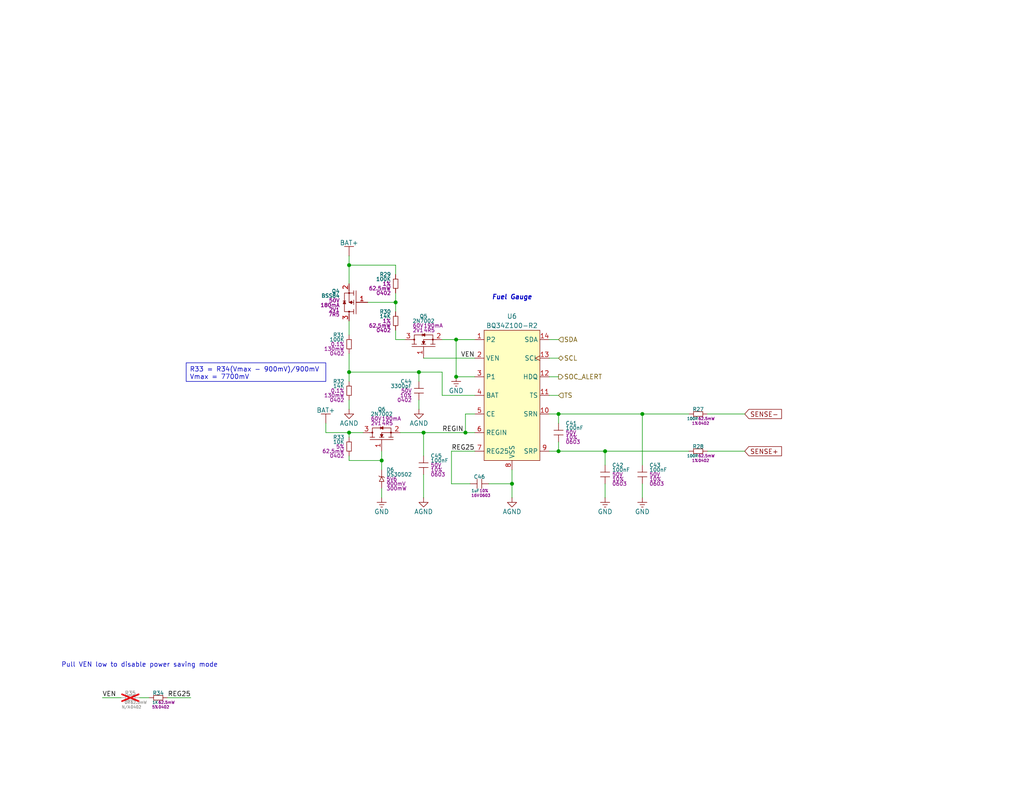
<source format=kicad_sch>
(kicad_sch (version 20231120) (generator "eeschema") (generator_version "8.0")
  (paper "USLetter")
  (title_block (title "LiFePO4 State of Charge") (date "2024-11-03") (rev "01") (comment 2 "PROTOTYPE") (comment 3 "2024"))
  (lib_symbols
    (symbol "C_2" (pin_numbers hide) (pin_names hide)
      (property "Reference" "C?" (at 1.905 2.54 0))
      (property "Value" "CAP" (at 1.905 1.27 0))
      (property "Tolerance" "TOL" (at 1.905 -1.27 0))
      (property "Voltage Rating" "VOLTAGE" (at 1.905 0 0))
      (property "Package" "PKG" (at 1.905 -2.54 0))
      (symbol "C_2_0_1"
        (polyline (pts (xy -1.27 -0.635) (xy 1.27 -0.635)))
        (polyline (pts (xy -1.27 0.635) (xy 1.27 0.635)))
      )
      (symbol "C_2_1_1"
        (pin passive line (at 0 2.54 270) (length 1.905) (name "") (number "1"))
        (pin passive line (at 0 -2.54 90) (length 1.905) (name "") (number "2"))
      )
    )
    (symbol "lib_sch:AGND" (power) (pin_numbers hide) (pin_names (offset 0) hide)
      (property "Value" "AGND" (at 0 -3.81 0))
      (symbol "AGND_0_1"
        (polyline (pts (xy 0 0) (xy 0 -1.27) (xy 1.27 -1.27) (xy 0 -2.54) (xy -1.27 -1.27) (xy 0 -1.27)))
      )
      (symbol "AGND_1_1"
        (pin power_in line (at 0 0 270) (length 0) (name "~") (number "1"))
      )
    )
    (symbol "lib_sch:BAT+" (power) (pin_numbers hide) (pin_names (offset 0) hide)
      (property "Value" "BAT+" (at 0 3.556 0))
      (symbol "BAT+_0_1"
        (polyline (pts (xy -1.27 2.54) (xy 0 2.54)))
        (polyline (pts (xy 0 0) (xy 0 2.54)))
        (polyline (pts (xy 0 2.54) (xy 1.27 2.54)))
      )
      (symbol "BAT+_1_1"
        (pin power_in line (at 0 0 90) (length 0) (name "~") (number "1"))
      )
    )
    (symbol "lib_sch:BQ34Z100-R2"
      (property "Reference" "U?" (at 0 21.59 0))
      (property "Value" "BQ34Z100-R2" (at 0 19.05 0))
      (symbol "BQ34Z100-R2_0_0"
        (pin output line (at -10.16 15.24 0) (length 2.54) (name "P2") (number "1"))
        (pin input line (at 10.16 -5.08 180) (length 2.54) (name "SRN") (number "10"))
        (pin output line (at -10.16 10.16 0) (length 2.54) (name "VEN") (number "2"))
        (pin output line (at -10.16 5.08 0) (length 2.54) (name "P1") (number "3"))
        (pin input line (at -10.16 0 0) (length 2.54) (name "BAT") (number "4"))
        (pin input line (at -10.16 -5.08 0) (length 2.54) (name "CE") (number "5"))
        (pin power_in line (at -10.16 -10.16 0) (length 2.54) (name "REGIN") (number "6"))
        (pin power_out line (at -10.16 -15.24 0) (length 2.54) (name "REG25") (number "7"))
        (pin passive line (at 0 -20.32 90) (length 2.54) (name "VSS") (number "8"))
        (pin input line (at 10.16 -15.24 180) (length 2.54) (name "SRP") (number "9"))
      )
      (symbol "BQ34Z100-R2_1_0"
        (pin input line (at 10.16 0 180) (length 2.54) (name "TS") (number "11"))
        (pin bidirectional line (at 10.16 5.08 180) (length 2.54) (name "HDQ") (number "12"))
        (pin input clock (at 10.16 10.16 180) (length 2.54) (name "SCL") (number "13"))
        (pin bidirectional line (at 10.16 15.24 180) (length 2.54) (name "SDA") (number "14"))
      )
      (symbol "BQ34Z100-R2_1_1"
        (rectangle (start -7.62 17.78) (end 7.62 -17.78) (fill (type background)))
      )
    )
    (symbol "lib_sch:C_horizontal"
      (property "Reference" "C?" (at 0 1.905 0))
      (property "Value" "CAP" (at 0 -1.905 0))
      (property "Tolerace" "TOL" (at 0 -1.905 0))
      (property "Voltage Rating" "VOLT" (at 0 -3.175 0))
      (property "Package" "PKG" (at 0 -3.175 0))
      (symbol "C_horizontal_0_1"
        (polyline (pts (xy -0.635 -1.27) (xy -0.635 1.27)))
        (polyline (pts (xy 0.635 -1.27) (xy 0.635 1.27)))
      )
      (symbol "C_horizontal_1_1"
        (pin passive line (at -2.54 0 0) (length 1.905) (name "") (number "1"))
        (pin passive line (at 2.54 0 180) (length 1.905) (name "") (number "2"))
      )
    )
    (symbol "lib_sch:D_Zener" (pin_numbers hide)
      (property "Reference" "D" (at 1.27 2.54 0))
      (property "Value" "VAL" (at 1.27 1.27 0))
      (property "Zener Voltage" "VZ" (at 1.27 0 0))
      (property "Forward Voltage" "FVOLT" (at 1.27 -1.27 0))
      (property "Power Rating" "PWR" (at 1.27 -2.54 0))
      (symbol "D_Zener_0_1"
        (polyline (pts (xy 0 0.635) (xy -0.508 0.635) (xy -0.762 0.889)))
        (polyline (pts (xy 0 0.635) (xy 0.508 0.635) (xy 0.762 0.381)))
      )
      (symbol "D_Zener_1_0"
        (pin passive line (at 0 -2.54 90) (length 1.905) (name "") (number "1"))
        (pin passive line (at 0 2.54 270) (length 1.905) (name "") (number "2"))
      )
      (symbol "D_Zener_1_1"
        (polyline (pts (xy -0.635 -0.635) (xy 0.635 -0.635) (xy 0 0.635) (xy -0.635 -0.635)) (stroke (width 0.1524)))
      )
    )
    (symbol "lib_sch:GND" (power) (pin_numbers hide) (pin_names (offset 0) hide)
      (property "Value" "GND" (at 0 -3.81 0))
      (symbol "GND_0_1"
        (polyline (pts (xy -1.27 -1.27) (xy -1.27 -1.27)))
        (polyline (pts (xy -0.635 -1.905) (xy 0.635 -1.905)))
        (polyline (pts (xy -0.254 -2.54) (xy -0.254 -2.54)))
        (polyline (pts (xy -0.254 -2.54) (xy 0.254 -2.54)))
        (polyline (pts (xy 0 0) (xy 0 -1.27)))
        (polyline (pts (xy 1.27 -1.27) (xy -1.27 -1.27)))
      )
      (symbol "GND_1_1"
        (pin power_in line (at 0 0 270) (length 0) (name "~") (number "1"))
      )
    )
    (symbol "lib_sch:NMOS_GSD" (pin_names hide)
      (property "Reference" "Q" (at 0 6.35 0))
      (property "Value" "VAL" (at 0 5.08 0))
      (property "VDSS" "VDSS" (at 0 3.81 0))
      (property "VGSTH" "VGSTH" (at 0 2.54 0))
      (property "ID" "ID" (at 0 3.81 0))
      (property "RDSON" "RDSON" (at 0 2.54 0))
      (symbol "NMOS_GSD_0_1"
        (polyline (pts (xy -3.175 -1.27) (xy -1.905 -1.27)))
        (polyline (pts (xy -0.635 -1.27) (xy 0.635 -1.27)))
        (polyline (pts (xy 0 0) (xy 0 -0.508)))
        (polyline (pts (xy 1.905 -1.27) (xy 3.175 -1.27)))
        (polyline (pts (xy -2.54 -1.27) (xy -2.54 0) (xy -3.175 0)))
        (polyline (pts (xy 2.54 -1.27) (xy 2.54 0) (xy 3.175 0)))
      )
      (symbol "NMOS_GSD_1_0"
        (pin passive line (at 0 -5.08 90) (length 3.175) (name "") (number "1"))
        (pin passive line (at 5.08 0 180) (length 1.905) (name "") (number "2"))
        (pin passive line (at -5.08 0 0) (length 1.905) (name "") (number "3"))
      )
      (symbol "NMOS_GSD_1_1"
        (circle (center -2.54 0) (radius 0.1796) (fill (type outline)))
        (polyline (pts (xy -3.175 -1.905) (xy 3.175 -1.905)))
        (polyline (pts (xy -0.381 1.651) (xy -0.381 0.889)))
        (polyline (pts (xy 0 0) (xy 2.54 0)))
        (polyline (pts (xy -2.54 0) (xy -2.54 1.27) (xy -0.381 1.27)))
        (polyline (pts (xy 0.381 1.27) (xy 2.54 1.27) (xy 2.54 0)))
        (polyline (pts (xy -0.381 1.27) (xy 0.381 0.889) (xy 0.381 1.651) (xy -0.381 1.27)) (fill (type outline)))
        (polyline (pts (xy 0 -1.27) (xy 0.381 -0.508) (xy -0.381 -0.508) (xy 0 -1.27)) (fill (type outline)))
        (circle (center 2.54 0) (radius 0.1796) (fill (type outline)))
      )
    )
    (symbol "lib_sch:PMOS_GSD"
      (property "Reference" "Q?" (at 0 6.35 0))
      (property "Value" "VAL" (at 0 5.08 0))
      (property "VDSS" "VDSS" (at 0 3.81 0))
      (property "VGSTH" "VGSTH" (at 0 2.54 0))
      (property "ID" "ID" (at 0 3.81 0))
      (property "RDSON" "RDSON" (at 0 2.54 0))
      (symbol "PMOS_GSD_0_1"
        (polyline (pts (xy -3.175 -1.27) (xy -1.905 -1.27)))
        (polyline (pts (xy -0.635 -1.27) (xy 0.635 -1.27)))
        (polyline (pts (xy 0 -0.635) (xy 0 -1.27)))
        (polyline (pts (xy 1.905 -1.27) (xy 3.175 -1.27)))
        (polyline (pts (xy -2.54 -1.27) (xy -2.54 0) (xy -3.175 0)))
        (polyline (pts (xy 2.54 -1.27) (xy 2.54 0) (xy 3.175 0)))
      )
      (symbol "PMOS_GSD_1_0"
        (pin passive line (at 0 -5.08 90) (length 3.175) (name "") (number "1"))
        (pin passive line (at 5.08 0 180) (length 1.905) (name "") (number "2"))
        (pin passive line (at -5.08 0 0) (length 1.905) (name "") (number "3"))
      )
      (symbol "PMOS_GSD_1_1"
        (circle (center -2.54 0) (radius 0.1796) (fill (type outline)))
        (polyline (pts (xy -3.175 -1.905) (xy 3.175 -1.905)))
        (polyline (pts (xy 0 0) (xy 2.54 0)))
        (polyline (pts (xy 0.381 1.651) (xy 0.381 0.889)))
        (polyline (pts (xy -2.54 0) (xy -2.54 1.27) (xy -0.381 1.27)))
        (polyline (pts (xy 0.381 1.27) (xy 2.54 1.27) (xy 2.54 0)))
        (polyline (pts (xy 0 0) (xy -0.381 -0.762) (xy 0.381 -0.762) (xy 0 0)) (fill (type outline)))
        (polyline (pts (xy 0.381 1.27) (xy -0.381 1.651) (xy -0.381 0.889) (xy 0.381 1.27)) (fill (type outline)))
        (circle (center 2.54 0) (radius 0.1796) (fill (type outline)))
      )
    )
    (symbol "lib_sch:R"
      (property "Reference" "R?" (at 1.27 2.54 0))
      (property "Value" "VAL" (at 1.27 1.27 0))
      (property "Tolerance" "TOL" (at 1.27 0 0))
      (property "Power Rating" "PWR" (at 1.27 -1.27 0))
      (property "Package" "PKG" (at 1.27 -2.54 0))
      (symbol "R_0_1"
        (polyline (pts (xy -0.635 1.27) (xy -0.635 -1.27) (xy 0.635 -1.27) (xy 0.635 1.27) (xy -0.635 1.27)))
      )
      (symbol "R_1_1"
        (pin passive line (at 0 2.54 270) (length 1.27) (name "") (number "1"))
        (pin passive line (at 0 -2.54 90) (length 1.27) (name "") (number "2"))
      )
    )
    (symbol "lib_sch:R_horizontal"
      (property "Reference" "R?" (at 0 1.27 0))
      (property "Value" "VAL" (at 0 -1.27 0))
      (property "Tolerance" "TOL" (at 0 -2.54 0))
      (property "Power Rating" "PWR" (at 0 -1.27 0))
      (property "Package" "PKG" (at 0 -2.54 0))
      (symbol "R_horizontal_0_1"
        (polyline (pts (xy -1.27 -0.635) (xy 1.27 -0.635) (xy 1.27 0.635) (xy -1.27 0.635) (xy -1.27 -0.635)))
      )
      (symbol "R_horizontal_1_1"
        (pin passive line (at -2.54 0 0) (length 1.27) (name "") (number "1"))
        (pin passive line (at 2.54 0 180) (length 1.27) (name "") (number "2"))
      )
    )
  )
  (junction (at 127 118.11))
  (junction (at 124.46 92.71))
  (junction (at 124.46 102.87))
  (junction (at 107.95 82.55))
  (junction (at 95.25 101.6))
  (junction (at 152.4 123.19))
  (junction (at 165.1 123.19))
  (junction (at 95.25 118.11))
  (junction (at 95.25 72.39))
  (junction (at 104.14 125.73))
  (junction (at 152.4 113.03))
  (junction (at 115.57 118.11))
  (junction (at 114.3 101.6))
  (junction (at 139.7 132.08))
  (junction (at 175.26 113.03))
  (wire (pts (xy 107.95 80.01) (xy 107.95 82.55)))
  (wire (pts (xy 107.95 72.39) (xy 95.25 72.39)))
  (wire (pts (xy 124.46 92.71) (xy 124.46 102.87)))
  (wire (pts (xy 152.4 113.03) (xy 175.26 113.03)))
  (wire (pts (xy 127 118.11) (xy 129.54 118.11)))
  (wire (pts (xy 193.04 123.19) (xy 203.2 123.19)))
  (wire (pts (xy 115.57 118.11) (xy 127 118.11)))
  (wire (pts (xy 129.54 97.79) (xy 115.57 97.79)))
  (wire (pts (xy 104.14 133.35) (xy 104.14 135.89)))
  (wire (pts (xy 120.65 107.95) (xy 120.65 101.6)))
  (wire (pts (xy 95.25 124.46) (xy 95.25 125.73)))
  (wire (pts (xy 95.25 118.11) (xy 95.25 119.38)))
  (wire (pts (xy 149.86 123.19) (xy 152.4 123.19)))
  (wire (pts (xy 114.3 101.6) (xy 120.65 101.6)))
  (wire (pts (xy 104.14 123.19) (xy 104.14 125.73)))
  (wire (pts (xy 175.26 113.03) (xy 175.26 127)))
  (wire (pts (xy 109.22 118.11) (xy 115.57 118.11)))
  (wire (pts (xy 45.72 190.5) (xy 52.07 190.5)))
  (wire (pts (xy 175.26 113.03) (xy 187.96 113.03)))
  (wire (pts (xy 104.14 125.73) (xy 104.14 128.27)))
  (wire (pts (xy 123.19 123.19) (xy 123.19 132.08)))
  (wire (pts (xy 95.25 109.22) (xy 95.25 111.76)))
  (wire (pts (xy 88.9 118.11) (xy 95.25 118.11)))
  (wire (pts (xy 149.86 107.95) (xy 152.4 107.95)))
  (wire (pts (xy 95.25 87.63) (xy 95.25 91.44)))
  (wire (pts (xy 95.25 72.39) (xy 95.25 77.47)))
  (wire (pts (xy 95.25 69.85) (xy 95.25 72.39)))
  (wire (pts (xy 152.4 123.19) (xy 165.1 123.19)))
  (wire (pts (xy 129.54 107.95) (xy 120.65 107.95)))
  (wire (pts (xy 149.86 102.87) (xy 152.4 102.87)))
  (wire (pts (xy 129.54 123.19) (xy 123.19 123.19)))
  (wire (pts (xy 152.4 115.57) (xy 152.4 113.03)))
  (wire (pts (xy 100.33 82.55) (xy 107.95 82.55)))
  (wire (pts (xy 152.4 123.19) (xy 152.4 120.65)))
  (wire (pts (xy 115.57 118.11) (xy 115.57 124.46)))
  (wire (pts (xy 124.46 102.87) (xy 129.54 102.87)))
  (wire (pts (xy 165.1 123.19) (xy 165.1 127)))
  (wire (pts (xy 88.9 115.57) (xy 88.9 118.11)))
  (wire (pts (xy 107.95 74.93) (xy 107.95 72.39)))
  (wire (pts (xy 95.25 101.6) (xy 114.3 101.6)))
  (wire (pts (xy 99.06 118.11) (xy 95.25 118.11)))
  (wire (pts (xy 139.7 132.08) (xy 139.7 135.89)))
  (wire (pts (xy 95.25 96.52) (xy 95.25 101.6)))
  (wire (pts (xy 123.19 132.08) (xy 128.27 132.08)))
  (wire (pts (xy 133.35 132.08) (xy 139.7 132.08)))
  (wire (pts (xy 129.54 113.03) (xy 127 113.03)))
  (wire (pts (xy 149.86 113.03) (xy 152.4 113.03)))
  (wire (pts (xy 193.04 113.03) (xy 203.2 113.03)))
  (wire (pts (xy 124.46 92.71) (xy 120.65 92.71)))
  (wire (pts (xy 115.57 129.54) (xy 115.57 135.89)))
  (wire (pts (xy 149.86 92.71) (xy 152.4 92.71)))
  (wire (pts (xy 107.95 82.55) (xy 107.95 85.09)))
  (wire (pts (xy 127 113.03) (xy 127 118.11)))
  (wire (pts (xy 33.02 190.5) (xy 27.94 190.5)))
  (wire (pts (xy 175.26 135.89) (xy 175.26 132.08)))
  (wire (pts (xy 95.25 125.73) (xy 104.14 125.73)))
  (wire (pts (xy 107.95 90.17) (xy 107.95 92.71)))
  (wire (pts (xy 38.1 190.5) (xy 40.64 190.5)))
  (wire (pts (xy 165.1 123.19) (xy 187.96 123.19)))
  (wire (pts (xy 107.95 92.71) (xy 110.49 92.71)))
  (wire (pts (xy 149.86 97.79) (xy 152.4 97.79)))
  (wire (pts (xy 165.1 132.08) (xy 165.1 135.89)))
  (wire (pts (xy 114.3 101.6) (xy 114.3 104.14)))
  (wire (pts (xy 114.3 109.22) (xy 114.3 111.76)))
  (wire (pts (xy 139.7 128.27) (xy 139.7 132.08)))
  (wire (pts (xy 95.25 101.6) (xy 95.25 104.14)))
  (wire (pts (xy 129.54 92.71) (xy 124.46 92.71)))
  (text_box "R33 = R34(Vmax - 900mV)/900mV\nVmax = 7700mV" (at 50.8 99.06 0) (size 38.1 5.08) (effects (font (size 1.27 1.27)) (justify left top)))
  (text "Fuel Gauge" (at 139.7 81.28 0) (effects (font (size 1.27 1.27) (thickness 0.254) (bold yes) (italic yes))))
  (text "Pull VEN low to disable power saving mode" (at 38.1 181.61 0) (effects (font (size 1.27 1.27))))
  (label "REGIN" (at 120.65 118.11 0))
  (label "REG25" (at 52.07 190.5 180))
  (label "VEN" (at 125.73 97.79 0))
  (label "VEN" (at 27.94 190.5 0))
  (label "REG25" (at 123.19 123.19 0))
  (global_label "SENSE-" (shape input) (at 203.2 113.03 0) (property "Intersheetrefs" "${INTERSHEET_REFS}" (effects (hide yes))))
  (global_label "SENSE+" (shape input) (at 203.2 123.19 0) (property "Intersheetrefs" "${INTERSHEET_REFS}" (effects (hide yes))))
  (hierarchical_label "SDA" (shape input) (at 152.4 92.71 0))
  (hierarchical_label "SOC_ALERT" (shape output) (at 152.4 102.87 0))
  (hierarchical_label "SCL" (shape bidirectional) (at 152.4 97.79 0))
  (hierarchical_label "TS" (shape input) (at 152.4 107.95 0))
  (symbol (lib_id "lib_sch:NMOS_GSD") (at 104.14 118.11 0) (unit 1)
    (property "Reference" "Q6" (at 104.14 111.76 0) (effects (font (size 1.016 1.016))))
    (property "Value" "2N7002" (at 104.14 113.03 0) (effects (font (size 1.016 1.016))))
    (property "Footprint" "lib_fp:SOT23-3P95_290X130L43X40N" (effects (hide yes)))
    (property "Datasheet" "datasheets/Nexperia-2N7002NXAK.pdf" (effects (hide yes)))
    (property "Description" "MOSFET N-CH 60V 190MA TO236AB" (effects (hide yes)))
    (property "Manufacturer" "Nexperia USA Inc." (effects (hide yes)))
    (property "MPN" "2N7002NXAKR" (effects (hide yes)))
    (property "DKPN" "1727-8643-1-ND" (effects (hide yes)))
    (property "VDSS" "60V" (at 104.14 114.3 0) (effects (font (size 1.016 1.016)) (justify right)))
    (property "VGSTH" "2V1" (at 104.14 115.57 0) (effects (font (size 1.016 1.016)) (justify right)))
    (property "ID" "190mA" (at 104.14 114.3 0) (effects (font (size 1.016 1.016)) (justify left)))
    (property "RDSON" "4R5" (at 104.14 115.57 0) (effects (font (size 1.016 1.016)) (justify left)))
  )
  (symbol (lib_id "lib_sch:GND") (at 175.26 135.89 0) (unit 1)
    (property "Reference" "#PWR029" (effects (hide yes)))
    (property "Value" "GND" (at 175.26 139.7 0))
  )
  (symbol (lib_id "lib_sch:R") (at 95.25 121.92 0) (mirror y) (unit 1)
    (property "Reference" "R33" (at 93.98 119.38 0) (effects (font (size 1.016 1.016)) (justify left)))
    (property "Value" "10K" (at 93.98 120.65 0) (effects (font (size 1.016 1.016)) (justify left)))
    (property "Footprint" "lib_fp:CRCW0402" (effects (hide yes)))
    (property "Datasheet" "datasheets/Vishay-Dale-DRCWe3.pdf" (effects (hide yes)))
    (property "Description" "RES SMD 10K OHM 5% 1/16W 0402" (effects (hide yes)))
    (property "Manufacturer" "Vishay Dale" (effects (hide yes)))
    (property "MPN" "CRCW040210K0JNED" (effects (hide yes)))
    (property "DKPN" "541-10KJCT-ND" (effects (hide yes)))
    (property "Tolerance" "5%" (at 93.98 121.92 0) (effects (font (size 1.016 1.016)) (justify left)))
    (property "Power Rating" "62.5mW" (at 93.98 123.19 0) (effects (font (size 1.016 1.016)) (justify left)))
    (property "Package" "0402" (at 93.98 124.46 0) (effects (font (size 1.016 1.016)) (justify left)))
  )
  (symbol (lib_name "C_2") (lib_id "lib_sch:C_2") (at 165.1 129.54 0) (unit 1)
    (property "Reference" "C42" (at 167.005 127 0) (effects (font (size 1.016 1.016)) (justify left)))
    (property "Value" "100nF" (at 167.005 128.27 0) (effects (font (size 1.016 1.016)) (justify left)))
    (property "Footprint" "lib_fp:MLCC0603" (effects (hide yes)))
    (property "Datasheet" "datasheets/Kyocera-AVX-MLCCKAM.pdf" (effects (hide yes)))
    (property "Description" "CAP CER 0.1UF 50V X7R 0603" (effects (hide yes)))
    (property "Manufacturer" "KYOCERA AVX" (effects (hide yes)))
    (property "MPN" "KAM15AR71H104KM" (effects (hide yes)))
    (property "DKPN" "478-KAM15AR71H104KMCT-ND" (effects (hide yes)))
    (property "Tolerance" "10%" (at 167.005 130.81 0) (effects (font (size 1.016 1.016)) (justify left)))
    (property "Voltage Rating" "50V" (at 167.005 129.54 0) (effects (font (size 1.016 1.016)) (justify left)))
    (property "Package" "0603" (at 167.005 132.08 0) (effects (font (size 1.016 1.016)) (justify left)))
  )
  (symbol (lib_id "lib_sch:R_horizontal") (at 43.18 190.5 0) (unit 1)
    (property "Reference" "R34" (at 43.18 189.23 0) (effects (font (size 1.016 1.016))))
    (property "Value" "1K" (at 43.18 191.77 0) (effects (font (size 0.762 0.762)) (justify right)))
    (property "Footprint" "lib_fp:CRCW0402" (effects (hide yes)))
    (property "Datasheet" "datasheets/Vishay-Dale-DRCWe3.pdf" (effects (hide yes)))
    (property "Description" "RES SMD 1K OHM 5% 1/16W 0402" (effects (hide yes)))
    (property "Manufacturer" "Vishay Dale" (effects (hide yes)))
    (property "MPN" "CRCW04021K00JNED" (effects (hide yes)))
    (property "DKPN" "541-1.0KJCT-ND" (effects (hide yes)))
    (property "Tolerance" "5%" (at 43.18 193.04 0) (effects (font (size 0.762 0.762)) (justify right)))
    (property "Power Rating" "62.5mW" (at 43.18 191.77 0) (effects (font (size 0.762 0.762)) (justify left)))
    (property "Package" "0402" (at 43.18 193.04 0) (effects (font (size 0.762 0.762)) (justify left)))
  )
  (symbol (lib_id "lib_sch:AGND") (at 115.57 135.89 0) (unit 1)
    (property "Reference" "#PWR027" (effects (hide yes)))
    (property "Value" "AGND" (at 115.57 139.7 0))
  )
  (symbol (lib_id "lib_sch:GND") (at 124.46 102.87 0) (unit 1)
    (property "Reference" "#PWR023" (effects (hide yes)))
    (property "Value" "GND" (at 124.46 106.68 0))
  )
  (symbol (lib_id "lib_sch:R") (at 95.25 106.68 0) (mirror y) (unit 1)
    (property "Reference" "R32" (at 93.98 104.14 0) (effects (font (size 1.016 1.016)) (justify left)))
    (property "Value" "14K" (at 93.98 105.41 0) (effects (font (size 1.016 1.016)) (justify left)))
    (property "Footprint" "lib_fp:CRCW0402" (effects (hide yes)))
    (property "Datasheet" "datasheets/Vishay-Dale-TNPW_e3.pdf" (effects (hide yes)))
    (property "Description" "RES 14K OHM 0.1% 0.13W 0402" (effects (hide yes)))
    (property "Manufacturer" "Vishay Dale" (effects (hide yes)))
    (property "MPN" "TNPW040214K0BEED" (effects (hide yes)))
    (property "DKPN" "541-2075-1-ND" (effects (hide yes)))
    (property "Tolerance" "0.1%" (at 93.98 106.68 0) (effects (font (size 1.016 1.016)) (justify left)))
    (property "Power Rating" "130mW" (at 93.98 107.95 0) (effects (font (size 1.016 1.016)) (justify left)))
    (property "Package" "0402" (at 93.98 109.22 0) (effects (font (size 1.016 1.016)) (justify left)))
  )
  (symbol (lib_id "lib_sch:R") (at 107.95 77.47 0) (mirror y) (unit 1)
    (property "Reference" "R29" (at 106.68 74.93 0) (effects (font (size 1.016 1.016)) (justify left)))
    (property "Value" "100K" (at 106.68 76.2 0) (effects (font (size 1.016 1.016)) (justify left)))
    (property "Footprint" "lib_fp:CRCW0402" (effects (hide yes)))
    (property "Datasheet" "datasheets/Vishay-Dale-DRCWe3.pdf" (effects (hide yes)))
    (property "Description" "RES SMD 100K OHM 1% 1/16W 0402" (effects (hide yes)))
    (property "Manufacturer" "Vishay Dale" (effects (hide yes)))
    (property "MPN" "CRCW0402100KFKED" (effects (hide yes)))
    (property "DKPN" "541-100KLCT-ND" (effects (hide yes)))
    (property "Tolerance" "1%" (at 106.68 77.47 0) (effects (font (size 1.016 1.016)) (justify left)))
    (property "Power Rating" "62.5mW" (at 106.68 78.74 0) (effects (font (size 1.016 1.016)) (justify left)))
    (property "Package" "0402" (at 106.68 80.01 0) (effects (font (size 1.016 1.016)) (justify left)))
  )
  (symbol (lib_id "lib_sch:C_horizontal") (at 130.81 132.08 0) (unit 1)
    (property "Reference" "C46" (at 130.81 130.175 0) (effects (font (size 1.016 1.016))))
    (property "Value" "1uF" (at 130.81 133.985 0) (effects (font (size 0.762 0.762)) (justify right)))
    (property "Footprint" "lib_fp:MLCC0603" (effects (hide yes)))
    (property "Datasheet" "datasheets/Kyocera-AVX-MLCCKAM.pdf" (effects (hide yes)))
    (property "Description" "0603 X7R 1UF10% 16V AEC-Q200" (effects (hide yes)))
    (property "Manufacturer" "KYOCERA AVX" (effects (hide yes)))
    (property "MPN" "KAM15AR71C105KT" (effects (hide yes)))
    (property "DKPN" "478-KAM15AR71C105KTCT-ND" (effects (hide yes)))
    (property "Tolerace" "10%" (at 130.81 133.985 0) (effects (font (size 0.762 0.762)) (justify left)))
    (property "Voltage Rating" "16V" (at 130.81 135.255 0) (effects (font (size 0.762 0.762)) (justify right)))
    (property "Package" "0603" (at 130.81 135.255 0) (effects (font (size 0.762 0.762)) (justify left)))
  )
  (symbol (lib_name "C_2") (lib_id "lib_sch:C_2") (at 152.4 118.11 0) (unit 1)
    (property "Reference" "C41" (at 154.305 115.57 0) (effects (font (size 1.016 1.016)) (justify left)))
    (property "Value" "100nF" (at 154.305 116.84 0) (effects (font (size 1.016 1.016)) (justify left)))
    (property "Footprint" "lib_fp:MLCC0603" (effects (hide yes)))
    (property "Datasheet" "datasheets/Kyocera-AVX-MLCCKAM.pdf" (effects (hide yes)))
    (property "Description" "CAP CER 0.1UF 50V X7R 0603" (effects (hide yes)))
    (property "Manufacturer" "KYOCERA AVX" (effects (hide yes)))
    (property "MPN" "KAM15AR71H104KM" (effects (hide yes)))
    (property "DKPN" "478-KAM15AR71H104KMCT-ND" (effects (hide yes)))
    (property "Tolerance" "10%" (at 154.305 119.38 0) (effects (font (size 1.016 1.016)) (justify left)))
    (property "Voltage Rating" "50V" (at 154.305 118.11 0) (effects (font (size 1.016 1.016)) (justify left)))
    (property "Package" "0603" (at 154.305 120.65 0) (effects (font (size 1.016 1.016)) (justify left)))
  )
  (symbol (lib_name "C_2") (lib_id "lib_sch:C_2") (at 115.57 127 0) (unit 1)
    (property "Reference" "C45" (at 117.475 124.46 0) (effects (font (size 1.016 1.016)) (justify left)))
    (property "Value" "100nF" (at 117.475 125.73 0) (effects (font (size 1.016 1.016)) (justify left)))
    (property "Footprint" "lib_fp:MLCC0603" (effects (hide yes)))
    (property "Datasheet" "datasheets/Kyocera-AVX-MLCCKAM.pdf" (effects (hide yes)))
    (property "Description" "CAP CER 0.1UF 50V X7R 0603" (effects (hide yes)))
    (property "Manufacturer" "KYOCERA AVX" (effects (hide yes)))
    (property "MPN" "KAM15AR71H104KM" (effects (hide yes)))
    (property "DKPN" "478-KAM15AR71H104KMCT-ND" (effects (hide yes)))
    (property "Tolerance" "10%" (at 117.475 128.27 0) (effects (font (size 1.016 1.016)) (justify left)))
    (property "Voltage Rating" "50V" (at 117.475 127 0) (effects (font (size 1.016 1.016)) (justify left)))
    (property "Package" "0603" (at 117.475 129.54 0) (effects (font (size 1.016 1.016)) (justify left)))
  )
  (symbol (lib_id "lib_sch:R_horizontal") (at 190.5 123.19 0) (unit 1)
    (property "Reference" "R28" (at 190.5 121.92 0) (effects (font (size 1.016 1.016))))
    (property "Value" "100R" (at 190.5 124.46 0) (effects (font (size 0.762 0.762)) (justify right)))
    (property "Footprint" "lib_fp:CRCW0402" (effects (hide yes)))
    (property "Datasheet" "datasheets/Vishay-Dale-DRCWe3.pdf" (effects (hide yes)))
    (property "Description" "RES SMD 100 OHM 1% 1/16W 0402" (effects (hide yes)))
    (property "Manufacturer" "Vishay Dale" (effects (hide yes)))
    (property "MPN" "CRCW0402100RFKED" (effects (hide yes)))
    (property "DKPN" "541-100LCT-ND" (effects (hide yes)))
    (property "Tolerance" "1%" (at 190.5 125.73 0) (effects (font (size 0.762 0.762)) (justify right)))
    (property "Power Rating" "62.5mW" (at 190.5 124.46 0) (effects (font (size 0.762 0.762)) (justify left)))
    (property "Package" "0402" (at 190.5 125.73 0) (effects (font (size 0.762 0.762)) (justify left)))
  )
  (symbol (lib_id "lib_sch:BAT+") (at 88.9 115.57 0) (unit 1)
    (property "Reference" "#PWR09" (effects (hide yes)))
    (property "Value" "BAT+" (at 88.9 112.014 0))
  )
  (symbol (lib_name "C_2") (lib_id "lib_sch:C_2") (at 175.26 129.54 0) (unit 1)
    (property "Reference" "C43" (at 177.165 127 0) (effects (font (size 1.016 1.016)) (justify left)))
    (property "Value" "100nF" (at 177.165 128.27 0) (effects (font (size 1.016 1.016)) (justify left)))
    (property "Footprint" "lib_fp:MLCC0603" (effects (hide yes)))
    (property "Datasheet" "datasheets/Kyocera-AVX-MLCCKAM.pdf" (effects (hide yes)))
    (property "Description" "CAP CER 0.1UF 50V X7R 0603" (effects (hide yes)))
    (property "Manufacturer" "KYOCERA AVX" (effects (hide yes)))
    (property "MPN" "KAM15AR71H104KM" (effects (hide yes)))
    (property "DKPN" "478-KAM15AR71H104KMCT-ND" (effects (hide yes)))
    (property "Tolerance" "10%" (at 177.165 130.81 0) (effects (font (size 1.016 1.016)) (justify left)))
    (property "Voltage Rating" "50V" (at 177.165 129.54 0) (effects (font (size 1.016 1.016)) (justify left)))
    (property "Package" "0603" (at 177.165 132.08 0) (effects (font (size 1.016 1.016)) (justify left)))
  )
  (symbol (lib_id "lib_sch:R_horizontal") (at 35.56 190.5 0) (unit 1) (dnp yes)
    (property "Reference" "R35" (at 35.56 189.23 0) (effects (font (size 1.016 1.016))))
    (property "Value" "0R" (at 35.56 191.77 0) (effects (font (size 0.762 0.762)) (justify right)))
    (property "Footprint" "lib_fp:CRCW0402" (effects (hide yes)))
    (property "Datasheet" "datasheets/Vishay-Dale-DRCWe3.pdf" (effects (hide yes)))
    (property "Description" "RES SMD 0 OHM JUMPER 1/16W 0402" (effects (hide yes)))
    (property "Manufacturer" "Vishay Dale" (effects (hide yes)))
    (property "MPN" "CRCW04020000Z0ED" (effects (hide yes)))
    (property "DKPN" "541-0.0JCT-ND" (effects (hide yes)))
    (property "Tolerance" "N/A" (at 35.56 193.04 0) (effects (font (size 0.762 0.762)) (justify right)))
    (property "Power Rating" "62.5mW" (at 35.56 191.77 0) (effects (font (size 0.762 0.762)) (justify left)))
    (property "Package" "0402" (at 35.56 193.04 0) (effects (font (size 0.762 0.762)) (justify left)))
  )
  (symbol (lib_id "lib_sch:D_Zener") (at 104.14 130.81 0) (unit 1)
    (property "Reference" "D6" (at 105.41 128.27 0) (effects (font (size 1.016 1.016)) (justify left)))
    (property "Value" "DS30502" (at 105.41 129.54 0) (effects (font (size 1.016 1.016)) (justify left)))
    (property "Footprint" "lib_fp:SOD523" (effects (hide yes)))
    (property "Datasheet" "datasheets/Diodes-Incorporated-DS30502.pdf" (effects (hide yes)))
    (property "Description" "DIODE ZENER 5.6V 300MW SOD523" (effects (hide yes)))
    (property "Manufacturer" "Diodes Incorporated" (effects (hide yes)))
    (property "MPN" "BZT52C5V6T-7" (effects (hide yes)))
    (property "DKPN" "BZT52C5V6TDICT-ND" (effects (hide yes)))
    (property "Zener Voltage" "5V6" (at 105.41 130.81 0) (effects (font (size 1.016 1.016)) (justify left)))
    (property "Forward Voltage" "900mV" (at 105.41 132.08 0) (effects (font (size 1.016 1.016)) (justify left)))
    (property "Power Rating" "300mW" (at 105.41 133.35 0) (effects (font (size 1.016 1.016)) (justify left)))
  )
  (symbol (lib_id "lib_sch:AGND") (at 139.7 135.89 0) (unit 1)
    (property "Reference" "#PWR030" (effects (hide yes)))
    (property "Value" "AGND" (at 139.7 139.7 0))
  )
  (symbol (lib_name "C_2") (lib_id "lib_sch:C_2") (at 114.3 106.68 0) (mirror y) (unit 1)
    (property "Reference" "C44" (at 112.395 104.14 0) (effects (font (size 1.016 1.016)) (justify left)))
    (property "Value" "3300pF" (at 112.395 105.41 0) (effects (font (size 1.016 1.016)) (justify left)))
    (property "Footprint" "lib_fp:MLCC0402" (effects (hide yes)))
    (property "Datasheet" "datasheets/Kyocera-AVX-MLCCKAM.pdf" (effects (hide yes)))
    (property "Description" "CAP CER 3300PF 50V X7R 0402" (effects (hide yes)))
    (property "Manufacturer" "KYOCERA AVX" (effects (hide yes)))
    (property "MPN" "04025C332K4T2A" (effects (hide yes)))
    (property "DKPN" "478-KAM05AR71H332KHCT-ND" (effects (hide yes)))
    (property "Tolerance" "10%" (at 112.395 107.95 0) (effects (font (size 1.016 1.016)) (justify left)))
    (property "Voltage Rating" "50V" (at 112.395 106.68 0) (effects (font (size 1.016 1.016)) (justify left)))
    (property "Package" "0402" (at 112.395 109.22 0) (effects (font (size 1.016 1.016)) (justify left)))
  )
  (symbol (lib_id "lib_sch:R") (at 95.25 93.98 0) (mirror y) (unit 1)
    (property "Reference" "R31" (at 93.98 91.44 0) (effects (font (size 1.016 1.016)) (justify left)))
    (property "Value" "100K" (at 93.98 92.71 0) (effects (font (size 1.016 1.016)) (justify left)))
    (property "Footprint" "lib_fp:CRCW0402" (effects (hide yes)))
    (property "Datasheet" "datasheets/Vishay-Dale-TNPW_e3.pdf" (effects (hide yes)))
    (property "Description" "RES 100K OHM 0.1% 0.13W 0402" (effects (hide yes)))
    (property "Manufacturer" "Vishay Dale" (effects (hide yes)))
    (property "MPN" "TNPW0402100KBEED" (effects (hide yes)))
    (property "DKPN" "TNP100KDACT-ND" (effects (hide yes)))
    (property "Tolerance" "0.1%" (at 93.98 93.98 0) (effects (font (size 1.016 1.016)) (justify left)))
    (property "Power Rating" "130mW" (at 93.98 95.25 0) (effects (font (size 1.016 1.016)) (justify left)))
    (property "Package" "0402" (at 93.98 96.52 0) (effects (font (size 1.016 1.016)) (justify left)))
  )
  (symbol (lib_id "lib_sch:AGND") (at 95.25 111.76 0) (unit 1)
    (property "Reference" "#PWR025" (effects (hide yes)))
    (property "Value" "AGND" (at 95.25 115.57 0))
  )
  (symbol (lib_id "lib_sch:GND") (at 104.14 135.89 0) (unit 1)
    (property "Reference" "#PWR026" (effects (hide yes)))
    (property "Value" "GND" (at 104.14 139.7 0))
  )
  (symbol (lib_id "lib_sch:NMOS_GSD") (at 115.57 92.71 0) (unit 1)
    (property "Reference" "Q5" (at 115.57 86.36 0) (effects (font (size 1.016 1.016))))
    (property "Value" "2N7002" (at 115.57 87.63 0) (effects (font (size 1.016 1.016))))
    (property "Footprint" "lib_fp:SOT23-3P95_290X130L43X40N" (effects (hide yes)))
    (property "Datasheet" "datasheets/Nexperia-2N7002NXAK.pdf" (effects (hide yes)))
    (property "Description" "MOSFET N-CH 60V 190MA TO236AB" (effects (hide yes)))
    (property "Manufacturer" "Nexperia USA Inc." (effects (hide yes)))
    (property "MPN" "2N7002NXAKR" (effects (hide yes)))
    (property "DKPN" "1727-8643-1-ND" (effects (hide yes)))
    (property "VDSS" "60V" (at 115.57 88.9 0) (effects (font (size 1.016 1.016)) (justify right)))
    (property "VGSTH" "2V1" (at 115.57 90.17 0) (effects (font (size 1.016 1.016)) (justify right)))
    (property "ID" "190mA" (at 115.57 88.9 0) (effects (font (size 1.016 1.016)) (justify left)))
    (property "RDSON" "4R5" (at 115.57 90.17 0) (effects (font (size 1.016 1.016)) (justify left)))
  )
  (symbol (lib_id "lib_sch:BAT+") (at 95.25 69.85 0) (unit 1)
    (property "Reference" "#PWR08" (effects (hide yes)))
    (property "Value" "BAT+" (at 95.25 66.294 0))
  )
  (symbol (lib_id "lib_sch:PMOS_GSD") (at 95.25 82.55 90) (unit 1)
    (property "Reference" "Q4" (at 92.71 79.502 90) (effects (font (size 1.016 1.016)) (justify left)))
    (property "Value" "BSS84" (at 92.71 80.772 90) (effects (font (size 1.016 1.016)) (justify left)))
    (property "Footprint" "lib_fp:SOT23-3P95_290X130L43X40N" (effects (hide yes)))
    (property "Datasheet" "datasheets/Nexperia-BSS84AK.pdf" (effects (hide yes)))
    (property "Description" "MOSFET P-CH 50V 180MA TO236AB" (effects (hide yes)))
    (property "Manufacturer" "Nexperia USA Inc." (effects (hide yes)))
    (property "MPN" "BSS84AKVL" (effects (hide yes)))
    (property "DKPN" "1727-BSS84AKVLCT-ND" (effects (hide yes)))
    (property "VDSS" "50V" (at 92.71 82.042 90) (effects (font (size 1.016 1.016)) (justify left)))
    (property "VGSTH" "2V1" (at 92.71 84.582 90) (effects (font (size 1.016 1.016)) (justify left)))
    (property "ID" "180mA" (at 92.71 83.312 90) (effects (font (size 1.016 1.016)) (justify left)))
    (property "RDSON" "7R5" (at 92.71 85.852 90) (effects (font (size 1.016 1.016)) (justify left)))
  )
  (symbol (lib_id "lib_sch:BQ34Z100-R2") (at 139.7 107.95 0) (unit 1)
    (property "Reference" "U6" (at 139.7 86.36 0))
    (property "Value" "BQ34Z100-R2" (at 139.7 88.9 0))
    (property "Footprint" "lib_fp:TSSOP14P65_500x640X120L150X45N" (effects (hide yes)))
    (property "Datasheet" "datasheets/Texas-Instruments-BQ34Z100-R2.pdf" (effects (hide yes)))
    (property "Description" "Battery Fuel Gauge IC Multi-Chemistry 14-TSSOP" (effects (hide yes)))
    (property "Manufacturer" "Texas Instruments" (effects (hide yes)))
    (property "MPN" "BQ34Z100PWR-R2" (effects (hide yes)))
    (property "DKPN" "296-BQ34Z100PWR-R2CT-ND" (effects (hide yes)))
  )
  (symbol (lib_id "lib_sch:R") (at 107.95 87.63 0) (mirror y) (unit 1)
    (property "Reference" "R30" (at 106.68 85.09 0) (effects (font (size 1.016 1.016)) (justify left)))
    (property "Value" "14K" (at 106.68 86.36 0) (effects (font (size 1.016 1.016)) (justify left)))
    (property "Footprint" "lib_fp:CRCW0402" (effects (hide yes)))
    (property "Datasheet" "datasheets/Vishay-Dale-DRCWe3.pdf" (effects (hide yes)))
    (property "Description" "RES SMD 14K OHM 1% 1/16W 0402" (effects (hide yes)))
    (property "Manufacturer" "Vishay Dale" (effects (hide yes)))
    (property "MPN" "CRCW040214K0FKED" (effects (hide yes)))
    (property "DKPN" "541-14.0KLCT-ND" (effects (hide yes)))
    (property "Tolerance" "1%" (at 106.68 87.63 0) (effects (font (size 1.016 1.016)) (justify left)))
    (property "Power Rating" "62.5mW" (at 106.68 88.9 0) (effects (font (size 1.016 1.016)) (justify left)))
    (property "Package" "0402" (at 106.68 90.17 0) (effects (font (size 1.016 1.016)) (justify left)))
  )
  (symbol (lib_id "lib_sch:GND") (at 165.1 135.89 0) (unit 1)
    (property "Reference" "#PWR028" (effects (hide yes)))
    (property "Value" "GND" (at 165.1 139.7 0))
  )
  (symbol (lib_id "lib_sch:AGND") (at 114.3 111.76 0) (unit 1)
    (property "Reference" "#PWR024" (effects (hide yes)))
    (property "Value" "AGND" (at 114.3 115.57 0))
  )
  (symbol (lib_id "lib_sch:R_horizontal") (at 190.5 113.03 0) (unit 1)
    (property "Reference" "R27" (at 190.5 111.76 0) (effects (font (size 1.016 1.016))))
    (property "Value" "100R" (at 190.5 114.3 0) (effects (font (size 0.762 0.762)) (justify right)))
    (property "Footprint" "lib_fp:CRCW0402" (effects (hide yes)))
    (property "Datasheet" "datasheets/Vishay-Dale-DRCWe3.pdf" (effects (hide yes)))
    (property "Description" "RES SMD 100 OHM 1% 1/16W 0402" (effects (hide yes)))
    (property "Manufacturer" "Vishay Dale" (effects (hide yes)))
    (property "MPN" "CRCW0402100RFKED" (effects (hide yes)))
    (property "DKPN" "541-100LCT-ND" (effects (hide yes)))
    (property "Tolerance" "1%" (at 190.5 115.57 0) (effects (font (size 0.762 0.762)) (justify right)))
    (property "Power Rating" "62.5mW" (at 190.5 114.3 0) (effects (font (size 0.762 0.762)) (justify left)))
    (property "Package" "0402" (at 190.5 115.57 0) (effects (font (size 0.762 0.762)) (justify left)))
  )
)
</source>
